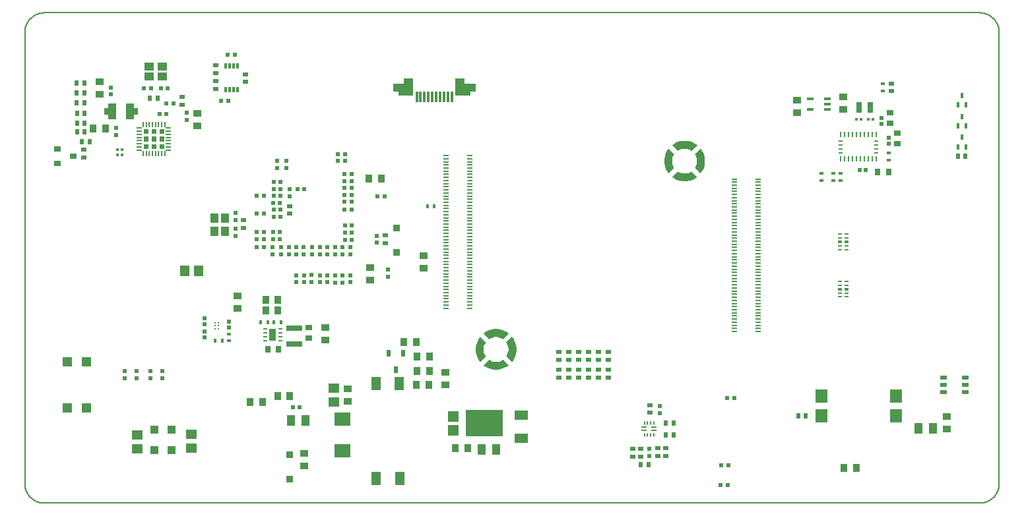
<source format=gbp>
G04*
G04 #@! TF.GenerationSoftware,Altium Limited,Altium Designer,23.6.0 (18)*
G04*
G04 Layer_Color=128*
%FSLAX44Y44*%
%MOMM*%
G71*
G04*
G04 #@! TF.SameCoordinates,C53CA9BA-8A6A-41CA-B2AF-7701FEAABFA0*
G04*
G04*
G04 #@! TF.FilePolarity,Positive*
G04*
G01*
G75*
%ADD19C,0.1500*%
%ADD22R,0.5500X0.6500*%
%ADD24R,1.0000X0.9000*%
%ADD25R,0.6200X0.6200*%
%ADD29R,0.6200X0.6200*%
%ADD30R,0.6500X0.5500*%
%ADD32R,0.5200X0.5200*%
%ADD35R,0.5500X0.4500*%
%ADD36R,0.7000X0.9000*%
%ADD37R,0.5200X0.5200*%
%ADD46R,0.4500X0.5500*%
G04:AMPARAMS|DCode=54|XSize=0.4mm|YSize=0.565mm|CornerRadius=0.05mm|HoleSize=0mm|Usage=FLASHONLY|Rotation=270.000|XOffset=0mm|YOffset=0mm|HoleType=Round|Shape=RoundedRectangle|*
%AMROUNDEDRECTD54*
21,1,0.4000,0.4650,0,0,270.0*
21,1,0.3000,0.5650,0,0,270.0*
1,1,0.1000,-0.2325,-0.1500*
1,1,0.1000,-0.2325,0.1500*
1,1,0.1000,0.2325,0.1500*
1,1,0.1000,0.2325,-0.1500*
%
%ADD54ROUNDEDRECTD54*%
%ADD55R,0.9000X1.0000*%
%ADD56R,1.4500X1.1500*%
%ADD64R,1.5200X1.7800*%
%ADD67R,1.2000X1.0000*%
G04:AMPARAMS|DCode=69|XSize=0.2mm|YSize=0.565mm|CornerRadius=0.05mm|HoleSize=0mm|Usage=FLASHONLY|Rotation=270.000|XOffset=0mm|YOffset=0mm|HoleType=Round|Shape=RoundedRectangle|*
%AMROUNDEDRECTD69*
21,1,0.2000,0.4650,0,0,270.0*
21,1,0.1000,0.5650,0,0,270.0*
1,1,0.1000,-0.2325,-0.0500*
1,1,0.1000,-0.2325,0.0500*
1,1,0.1000,0.2325,0.0500*
1,1,0.1000,0.2325,-0.0500*
%
%ADD69ROUNDEDRECTD69*%
%ADD70R,1.0500X1.4000*%
%ADD74R,1.2000X1.2000*%
%ADD197R,0.5600X0.5200*%
%ADD198R,0.6153X0.5725*%
%ADD199R,0.5725X0.6153*%
%ADD200R,0.5500X0.5500*%
%ADD201R,0.5500X0.5500*%
%ADD202R,0.9200X0.9800*%
%ADD203R,0.9500X0.6000*%
%ADD204R,1.0000X1.2000*%
%ADD205R,0.9000X0.7000*%
%ADD206R,0.5000X0.2800*%
%ADD207R,0.9000X1.6000*%
%ADD208R,2.0000X0.8000*%
%ADD209C,0.2000*%
%ADD210R,0.7000X0.1800*%
%ADD211R,1.1500X1.4500*%
%ADD212R,1.8000X1.1500*%
%ADD213R,0.3600X0.3200*%
%ADD214R,0.3000X0.7100*%
%ADD215R,0.5750X0.2500*%
%ADD216R,0.2500X0.6750*%
%ADD217R,0.3050X1.4050*%
G04:AMPARAMS|DCode=218|XSize=0.2mm|YSize=0.5mm|CornerRadius=0.05mm|HoleSize=0mm|Usage=FLASHONLY|Rotation=180.000|XOffset=0mm|YOffset=0mm|HoleType=Round|Shape=RoundedRectangle|*
%AMROUNDEDRECTD218*
21,1,0.2000,0.4000,0,0,180.0*
21,1,0.1000,0.5000,0,0,180.0*
1,1,0.1000,-0.0500,0.2000*
1,1,0.1000,0.0500,0.2000*
1,1,0.1000,0.0500,-0.2000*
1,1,0.1000,-0.0500,-0.2000*
%
%ADD218ROUNDEDRECTD218*%
%ADD219R,0.3000X0.8000*%
%ADD221R,0.9000X0.8000*%
G04:AMPARAMS|DCode=222|XSize=0.55mm|YSize=0.8mm|CornerRadius=0.0495mm|HoleSize=0mm|Usage=FLASHONLY|Rotation=180.000|XOffset=0mm|YOffset=0mm|HoleType=Round|Shape=RoundedRectangle|*
%AMROUNDEDRECTD222*
21,1,0.5500,0.7010,0,0,180.0*
21,1,0.4510,0.8000,0,0,180.0*
1,1,0.0990,-0.2255,0.3505*
1,1,0.0990,0.2255,0.3505*
1,1,0.0990,0.2255,-0.3505*
1,1,0.0990,-0.2255,-0.3505*
%
%ADD222ROUNDEDRECTD222*%
%ADD223R,1.1500X1.8000*%
%ADD225R,0.9500X0.9000*%
%ADD226R,1.4000X1.3900*%
%ADD227R,4.8600X3.3600*%
%ADD228O,0.7000X0.2000*%
%ADD229O,0.2000X0.7000*%
%ADD230R,1.0000X1.0000*%
%ADD231R,1.0000X2.0000*%
G04:AMPARAMS|DCode=232|XSize=0.2mm|YSize=0.7mm|CornerRadius=0.05mm|HoleSize=0mm|Usage=FLASHONLY|Rotation=270.000|XOffset=0mm|YOffset=0mm|HoleType=Round|Shape=RoundedRectangle|*
%AMROUNDEDRECTD232*
21,1,0.2000,0.6000,0,0,270.0*
21,1,0.1000,0.7000,0,0,270.0*
1,1,0.1000,-0.3000,-0.0500*
1,1,0.1000,-0.3000,0.0500*
1,1,0.1000,0.3000,0.0500*
1,1,0.1000,0.3000,-0.0500*
%
%ADD232ROUNDEDRECTD232*%
%ADD233R,1.0000X1.0000*%
%ADD234R,0.7500X1.4000*%
%ADD235R,2.1590X1.7780*%
%ADD237R,1.2500X2.3000*%
%ADD238R,2.6500X1.1000*%
%ADD239R,1.9500X1.6000*%
%ADD279R,0.8500X0.3500*%
G36*
X144705Y498907D02*
X134615D01*
Y507907D01*
X144705D01*
Y498907D01*
D02*
G37*
G36*
X111615D02*
X101525D01*
Y507907D01*
X111615D01*
Y498907D01*
D02*
G37*
G36*
X178500Y474750D02*
X172500D01*
Y480750D01*
X178500D01*
Y474750D01*
D02*
G37*
G36*
X168500D02*
X162500D01*
Y480750D01*
X168500D01*
Y474750D01*
D02*
G37*
G36*
X158500D02*
X152500D01*
Y480750D01*
X158500D01*
Y474750D01*
D02*
G37*
G36*
X178500Y464750D02*
X172500D01*
Y470750D01*
X178500D01*
Y464750D01*
D02*
G37*
G36*
X168500D02*
X162500D01*
Y470750D01*
X168500D01*
Y464750D01*
D02*
G37*
G36*
X158500D02*
X152500D01*
Y470750D01*
X158500D01*
Y464750D01*
D02*
G37*
G36*
X178500Y454750D02*
X172500D01*
Y460750D01*
X178500D01*
Y454750D01*
D02*
G37*
G36*
X168500D02*
X162500D01*
Y460750D01*
X168500D01*
Y454750D01*
D02*
G37*
G36*
X158500D02*
X152500D01*
Y460750D01*
X158500D01*
Y454750D01*
D02*
G37*
G36*
X852922Y464787D02*
X857008Y463380D01*
X860805Y461318D01*
X862507Y459988D01*
X862507D01*
X855677Y452607D01*
X854651Y453268D01*
X852461Y454348D01*
X850133Y455082D01*
X847720Y455453D01*
X845279D01*
X842867Y455082D01*
X840539Y454348D01*
X838349Y453268D01*
X837323Y452607D01*
X830493Y459988D01*
X832195Y461318D01*
X835993Y463380D01*
X840078Y464787D01*
X844340Y465500D01*
X848660D01*
X852922Y464787D01*
D02*
G37*
G36*
X862507Y419012D02*
X860805Y417682D01*
X857008Y415620D01*
X852922Y414213D01*
X848660Y413500D01*
X844340D01*
X840078Y414213D01*
X835993Y415620D01*
X832195Y417682D01*
X830493Y419012D01*
Y419012D01*
X837323Y426394D01*
X838349Y425732D01*
X840539Y424652D01*
X842867Y423918D01*
X845279Y423547D01*
X847720D01*
X850133Y423918D01*
X852461Y424652D01*
X854651Y425732D01*
X855677Y426394D01*
X855677Y426394D01*
X862507Y419012D01*
D02*
G37*
G36*
X868318Y453805D02*
X870380Y450008D01*
X871787Y445922D01*
X872500Y441660D01*
Y437340D01*
X871787Y433078D01*
X870380Y428993D01*
X868318Y425195D01*
X866988Y423493D01*
X859606Y430323D01*
X860268Y431349D01*
X861348Y433539D01*
X862082Y435867D01*
X862453Y438279D01*
Y440721D01*
X862082Y443133D01*
X861348Y445461D01*
X860268Y447651D01*
X859606Y448677D01*
Y448677D01*
X866988Y455507D01*
X868318Y453805D01*
D02*
G37*
G36*
X833394Y448677D02*
X832732Y447651D01*
X831652Y445461D01*
X830918Y443133D01*
X830547Y440721D01*
Y438279D01*
X830918Y435867D01*
X831652Y433539D01*
X832732Y431349D01*
X833394Y430323D01*
X833394D01*
X826012Y423493D01*
X824682Y425195D01*
X822620Y428993D01*
X821213Y433078D01*
X820500Y437340D01*
Y441660D01*
X821213Y445922D01*
X822620Y450008D01*
X824682Y453805D01*
X826012Y455507D01*
X826012Y455507D01*
X833394Y448677D01*
D02*
G37*
G36*
X610922Y222787D02*
X615008Y221380D01*
X618805Y219318D01*
X620507Y217988D01*
X620507D01*
X613677Y210606D01*
X612651Y211268D01*
X610461Y212348D01*
X608133Y213082D01*
X605720Y213453D01*
X603279D01*
X600867Y213082D01*
X598539Y212348D01*
X596349Y211268D01*
X595323Y210606D01*
X588493Y217988D01*
X590195Y219318D01*
X593993Y221380D01*
X598078Y222787D01*
X602340Y223500D01*
X606660D01*
X610922Y222787D01*
D02*
G37*
G36*
X620507Y177012D02*
X618805Y175682D01*
X615008Y173620D01*
X610922Y172213D01*
X606660Y171500D01*
X602340D01*
X598078Y172213D01*
X593993Y173620D01*
X590195Y175682D01*
X588493Y177012D01*
Y177012D01*
X595323Y184394D01*
X596349Y183732D01*
X598539Y182652D01*
X600867Y181918D01*
X603279Y181547D01*
X605720D01*
X608133Y181918D01*
X610461Y182652D01*
X612651Y183732D01*
X613677Y184394D01*
X613677Y184394D01*
X620507Y177012D01*
D02*
G37*
G36*
X626318Y211805D02*
X628380Y208008D01*
X629787Y203922D01*
X630500Y199660D01*
Y195340D01*
X629787Y191078D01*
X628380Y186992D01*
X626318Y183195D01*
X624988Y181493D01*
X617606Y188323D01*
X618268Y189349D01*
X619348Y191539D01*
X620082Y193867D01*
X620453Y196280D01*
Y198720D01*
X620082Y201133D01*
X619348Y203461D01*
X618268Y205651D01*
X617606Y206677D01*
Y206677D01*
X624988Y213507D01*
X626318Y211805D01*
D02*
G37*
G36*
X591394Y206677D02*
X590732Y205651D01*
X589652Y203461D01*
X588918Y201133D01*
X588547Y198720D01*
Y196280D01*
X588918Y193867D01*
X589652Y191539D01*
X590732Y189349D01*
X591394Y188323D01*
X591394D01*
X584012Y181493D01*
X582682Y183195D01*
X580620Y186992D01*
X579213Y191078D01*
X578500Y195340D01*
Y199660D01*
X579213Y203922D01*
X580620Y208008D01*
X582682Y211805D01*
X584012Y213507D01*
X584012Y213507D01*
X591394Y206677D01*
D02*
G37*
D19*
X1250000Y605000D02*
X1249863Y607613D01*
X1249454Y610198D01*
X1248776Y612725D01*
X1247839Y615168D01*
X1246651Y617500D01*
X1245225Y619695D01*
X1243579Y621728D01*
X1241728Y623578D01*
X1239695Y625225D01*
X1237500Y626651D01*
X1235168Y627839D01*
X1232725Y628776D01*
X1230198Y629454D01*
X1227613Y629863D01*
X1225000Y630000D01*
Y-0D02*
X1227613Y137D01*
X1230198Y546D01*
X1232725Y1223D01*
X1235168Y2161D01*
X1237500Y3349D01*
X1239695Y4775D01*
X1241728Y6421D01*
X1243579Y8272D01*
X1245225Y10305D01*
X1246651Y12500D01*
X1247839Y14832D01*
X1248776Y17275D01*
X1249454Y19802D01*
X1249863Y22387D01*
X1250000Y25000D01*
X25000Y629950D02*
X22387Y629813D01*
X19802Y629403D01*
X17275Y628726D01*
X14832Y627788D01*
X12500Y626600D01*
X10306Y625175D01*
X8272Y623528D01*
X6421Y621678D01*
X4775Y619644D01*
X3350Y617450D01*
X2162Y615118D01*
X1224Y612675D01*
X547Y610147D01*
X137Y607563D01*
X0Y604950D01*
X0Y25000D02*
X137Y22387D01*
X546Y19802D01*
X1224Y17275D01*
X2161Y14832D01*
X3349Y12500D01*
X4775Y10305D01*
X6421Y8272D01*
X8272Y6421D01*
X10305Y4775D01*
X12500Y3349D01*
X14832Y2161D01*
X17275Y1224D01*
X19802Y546D01*
X22387Y137D01*
X25000Y0D01*
X1250000Y605440D02*
X1250000Y25000D01*
X25000Y630000D02*
X1225000Y630000D01*
X25000Y-0D02*
X1225000Y-0D01*
X-0Y25000D02*
X0Y604950D01*
D22*
X66750Y476750D02*
D03*
X76750D02*
D03*
X800250Y49250D02*
D03*
X160500Y520500D02*
D03*
X170500D02*
D03*
X72884Y464212D02*
D03*
X82884D02*
D03*
X992000Y112000D02*
D03*
X1002000D02*
D03*
X1207000Y446000D02*
D03*
X1197000D02*
D03*
X66250Y514125D02*
D03*
X76250D02*
D03*
X66250Y527000D02*
D03*
X76250D02*
D03*
X66250Y539875D02*
D03*
X76250D02*
D03*
X66750Y488000D02*
D03*
X76750D02*
D03*
X66750Y501000D02*
D03*
X76750D02*
D03*
X832250Y103250D02*
D03*
X822250D02*
D03*
X832500Y87250D02*
D03*
X822500D02*
D03*
X790250Y49250D02*
D03*
D24*
X443000Y302750D02*
D03*
Y286750D02*
D03*
X272500Y266500D02*
D03*
Y250500D02*
D03*
X385500Y225750D02*
D03*
Y209750D02*
D03*
X96150Y541087D02*
D03*
X221000Y484750D02*
D03*
X1049750Y506001D02*
D03*
X991000Y501500D02*
D03*
X414000Y146750D02*
D03*
Y130750D02*
D03*
X991000Y517500D02*
D03*
X1049750Y522001D02*
D03*
X358000Y63750D02*
D03*
Y47750D02*
D03*
X221000Y500750D02*
D03*
X511750Y301500D02*
D03*
Y317500D02*
D03*
X96150Y525087D02*
D03*
X539480Y168000D02*
D03*
Y152000D02*
D03*
X1183000Y95000D02*
D03*
Y111000D02*
D03*
D25*
X297250Y394750D02*
D03*
X306250D02*
D03*
X327250Y339250D02*
D03*
X318250D02*
D03*
X306250Y371750D02*
D03*
X297250D02*
D03*
X319000Y412500D02*
D03*
X328000D02*
D03*
X419250Y405000D02*
D03*
X410250D02*
D03*
X452500Y394250D02*
D03*
X461500D02*
D03*
X327250Y348500D02*
D03*
X318250D02*
D03*
X328000Y394750D02*
D03*
X319000D02*
D03*
X410250Y423000D02*
D03*
X419250D02*
D03*
Y413750D02*
D03*
X410250D02*
D03*
X297250Y339250D02*
D03*
X306250D02*
D03*
X410250Y396000D02*
D03*
X410500Y338000D02*
D03*
Y347500D02*
D03*
X358500Y403250D02*
D03*
X410250Y377250D02*
D03*
Y387000D02*
D03*
X306250Y328750D02*
D03*
X410500Y357250D02*
D03*
X181500Y499750D02*
D03*
X190250Y513500D02*
D03*
X152666Y532848D02*
D03*
X251936Y517127D02*
D03*
X260000Y575750D02*
D03*
X892815Y23412D02*
D03*
X893289Y48250D02*
D03*
X909879Y134823D02*
D03*
X306250Y348500D02*
D03*
X319000Y403500D02*
D03*
X183166Y532848D02*
D03*
X174166D02*
D03*
X328000Y403500D02*
D03*
X297250Y348500D02*
D03*
X161666Y532848D02*
D03*
X902290Y48250D02*
D03*
X901815Y23412D02*
D03*
X269000Y575750D02*
D03*
X260935Y517127D02*
D03*
X172500Y499750D02*
D03*
X181250Y513500D02*
D03*
X419250Y387000D02*
D03*
X297250Y328750D02*
D03*
X352730Y123000D02*
D03*
X343730D02*
D03*
X900879Y134823D02*
D03*
X419500Y357250D02*
D03*
X419250Y396000D02*
D03*
X419500Y338000D02*
D03*
X349500Y403250D02*
D03*
X419500Y347500D02*
D03*
X419250Y377250D02*
D03*
D29*
X407750Y283500D02*
D03*
Y292500D02*
D03*
X270302Y343324D02*
D03*
Y352324D02*
D03*
X269802Y372824D02*
D03*
Y363824D02*
D03*
X340000Y403250D02*
D03*
Y394250D02*
D03*
X323750Y430500D02*
D03*
Y439500D02*
D03*
X335750D02*
D03*
Y430500D02*
D03*
X465750Y291000D02*
D03*
Y300000D02*
D03*
X317250Y319750D02*
D03*
Y328750D02*
D03*
X328750Y319750D02*
D03*
Y328750D02*
D03*
X358000Y292750D02*
D03*
Y283750D02*
D03*
X398250Y319750D02*
D03*
Y328750D02*
D03*
X410500Y439500D02*
D03*
Y448500D02*
D03*
X378500Y319750D02*
D03*
Y328750D02*
D03*
X348000Y328750D02*
D03*
Y319750D02*
D03*
X368000Y293000D02*
D03*
Y284000D02*
D03*
X398250Y292500D02*
D03*
Y283500D02*
D03*
X417750Y292750D02*
D03*
Y283750D02*
D03*
X347750Y292750D02*
D03*
Y283750D02*
D03*
X401750Y448500D02*
D03*
Y439500D02*
D03*
X378500Y283750D02*
D03*
Y292750D02*
D03*
X338500Y319750D02*
D03*
Y328750D02*
D03*
X357750Y328750D02*
D03*
X116574Y481857D02*
D03*
X109807Y534210D02*
D03*
X207500Y492500D02*
D03*
X815000Y124500D02*
D03*
X368250Y328750D02*
D03*
X417750D02*
D03*
X407750D02*
D03*
X451000Y343500D02*
D03*
X801250Y60750D02*
D03*
Y69750D02*
D03*
X176500Y169627D02*
D03*
Y160627D02*
D03*
X161100Y169627D02*
D03*
Y160627D02*
D03*
X143500Y169508D02*
D03*
Y160508D02*
D03*
X128100D02*
D03*
Y169508D02*
D03*
X451000Y334500D02*
D03*
X407750Y319750D02*
D03*
X417750D02*
D03*
X368250D02*
D03*
X207500Y501500D02*
D03*
X109807Y525210D02*
D03*
X116574Y472857D02*
D03*
X357750Y319750D02*
D03*
X815000Y115500D02*
D03*
D30*
X340000Y381750D02*
D03*
Y371750D02*
D03*
X462500Y334000D02*
D03*
Y344000D02*
D03*
X280702Y353324D02*
D03*
Y363324D02*
D03*
X201250Y522000D02*
D03*
X812250Y60250D02*
D03*
X822250D02*
D03*
X685250Y184000D02*
D03*
X698000D02*
D03*
X723500D02*
D03*
X710750D02*
D03*
X749000D02*
D03*
X736250D02*
D03*
X685350Y161500D02*
D03*
Y171500D02*
D03*
X723450Y161500D02*
D03*
Y171500D02*
D03*
X736150Y161500D02*
D03*
Y171500D02*
D03*
X748850Y161500D02*
D03*
Y171500D02*
D03*
X736250Y194000D02*
D03*
X749000D02*
D03*
X723500D02*
D03*
X710750D02*
D03*
X685250D02*
D03*
X698000D02*
D03*
X710750Y161500D02*
D03*
Y171500D02*
D03*
X698050Y161500D02*
D03*
Y171500D02*
D03*
X245097Y552422D02*
D03*
Y562422D02*
D03*
X245000Y542250D02*
D03*
Y532250D02*
D03*
X283250Y541000D02*
D03*
Y551000D02*
D03*
X75500Y454250D02*
D03*
Y444250D02*
D03*
X201250Y512000D02*
D03*
X1112000Y539250D02*
D03*
Y529250D02*
D03*
X780000Y70000D02*
D03*
Y60000D02*
D03*
X790000Y70000D02*
D03*
Y60000D02*
D03*
X812250Y70250D02*
D03*
X822250D02*
D03*
X802000Y116000D02*
D03*
Y126000D02*
D03*
D32*
X230750Y212750D02*
D03*
Y220750D02*
D03*
X261500Y225250D02*
D03*
Y233250D02*
D03*
X230750Y237500D02*
D03*
Y229500D02*
D03*
X1108528Y469750D02*
D03*
X1099385Y495250D02*
D03*
Y487250D02*
D03*
X1108528Y461750D02*
D03*
D35*
X1101000Y529750D02*
D03*
Y538750D02*
D03*
X1021750Y414500D02*
D03*
Y423500D02*
D03*
X261500Y217250D02*
D03*
Y208250D02*
D03*
X1108500Y449750D02*
D03*
Y440750D02*
D03*
X1037000Y423500D02*
D03*
Y414500D02*
D03*
X1046750Y423500D02*
D03*
Y414500D02*
D03*
D36*
X325500Y197250D02*
D03*
X311500D02*
D03*
X1094028Y425453D02*
D03*
X1108028D02*
D03*
D37*
X1070750Y427750D02*
D03*
X1078750D02*
D03*
D46*
X328250Y232000D02*
D03*
X319250D02*
D03*
X311750D02*
D03*
X302750D02*
D03*
X244000Y208750D02*
D03*
X253000D02*
D03*
X516250Y381500D02*
D03*
X525250D02*
D03*
D54*
X1054175Y275000D02*
D03*
X1045825D02*
D03*
Y335500D02*
D03*
X1054175D02*
D03*
D55*
X324750Y261500D02*
D03*
X308750D02*
D03*
X441500Y417250D02*
D03*
X457500D02*
D03*
X502730Y169750D02*
D03*
X87750Y481000D02*
D03*
X1050582Y45000D02*
D03*
X103750Y481000D02*
D03*
X1066582Y45000D02*
D03*
X486506Y207000D02*
D03*
X502506D02*
D03*
X339980Y137500D02*
D03*
X323980D02*
D03*
X305230Y129750D02*
D03*
X289230D02*
D03*
X518980Y188250D02*
D03*
X502980D02*
D03*
X518730Y169750D02*
D03*
X518480Y152250D02*
D03*
X502480D02*
D03*
X568549Y70241D02*
D03*
X552549D02*
D03*
D56*
X396500Y129750D02*
D03*
Y147750D02*
D03*
X144000Y88000D02*
D03*
Y70000D02*
D03*
X213500Y88750D02*
D03*
Y70750D02*
D03*
D64*
X1022400Y137700D02*
D03*
X1117600Y112300D02*
D03*
X1022400D02*
D03*
X1117600Y137700D02*
D03*
D67*
X176166Y560848D02*
D03*
X159166Y547848D02*
D03*
Y560848D02*
D03*
X176166Y547848D02*
D03*
D69*
X1045825Y325500D02*
D03*
Y330500D02*
D03*
Y340500D02*
D03*
Y345500D02*
D03*
X1054175D02*
D03*
Y340500D02*
D03*
Y330500D02*
D03*
Y325500D02*
D03*
Y265000D02*
D03*
Y270000D02*
D03*
Y280000D02*
D03*
Y285000D02*
D03*
X1045825D02*
D03*
Y280000D02*
D03*
Y270000D02*
D03*
Y265000D02*
D03*
D70*
X1165500Y96000D02*
D03*
X1146500D02*
D03*
X360134Y105904D02*
D03*
X341134D02*
D03*
X605000Y69250D02*
D03*
X586000D02*
D03*
D74*
X53995Y122165D02*
D03*
X78995D02*
D03*
Y181166D02*
D03*
X53995D02*
D03*
D197*
X327400Y367750D02*
D03*
X319600D02*
D03*
D198*
X318714Y386000D02*
D03*
X327286D02*
D03*
D199*
X388250Y283964D02*
D03*
Y292536D02*
D03*
D200*
X388250Y328750D02*
D03*
Y319750D02*
D03*
D201*
X319000Y376750D02*
D03*
X328000D02*
D03*
D202*
X324650Y247750D02*
D03*
X308850D02*
D03*
D203*
X1179000Y161500D02*
D03*
Y152000D02*
D03*
Y142500D02*
D03*
X1206500D02*
D03*
Y152000D02*
D03*
Y161500D02*
D03*
D204*
X243500Y366200D02*
D03*
X256500Y349201D02*
D03*
Y366200D02*
D03*
X243500Y349201D02*
D03*
D205*
X364500Y225750D02*
D03*
Y211750D02*
D03*
X1119500Y475750D02*
D03*
X1110000Y501750D02*
D03*
Y487750D02*
D03*
X1119500Y461750D02*
D03*
D206*
X327500Y223750D02*
D03*
Y218750D02*
D03*
Y213750D02*
D03*
Y208750D02*
D03*
X308500Y223750D02*
D03*
Y218750D02*
D03*
Y213750D02*
D03*
Y208750D02*
D03*
D207*
X318000Y216250D02*
D03*
D208*
X345500Y224750D02*
D03*
Y204750D02*
D03*
D209*
X243785Y223865D02*
D03*
X247785D02*
D03*
X243785Y227865D02*
D03*
X247785D02*
D03*
X243785Y231865D02*
D03*
X247785D02*
D03*
D210*
X570900Y250500D02*
D03*
X540100D02*
D03*
X570900Y254500D02*
D03*
X540100D02*
D03*
X570900Y258500D02*
D03*
X540100D02*
D03*
X570900Y262500D02*
D03*
X540100D02*
D03*
X570900Y266500D02*
D03*
X540100D02*
D03*
X570900Y270500D02*
D03*
X540100D02*
D03*
X570900Y274500D02*
D03*
X540100D02*
D03*
X570900Y278500D02*
D03*
X540100D02*
D03*
X570900Y282500D02*
D03*
X540100D02*
D03*
X570900Y286500D02*
D03*
X540100D02*
D03*
X570900Y290500D02*
D03*
X540100D02*
D03*
X570900Y294500D02*
D03*
X540100D02*
D03*
Y298500D02*
D03*
X570900D02*
D03*
Y302500D02*
D03*
X540100D02*
D03*
X570900Y306500D02*
D03*
X540100D02*
D03*
X570900Y310500D02*
D03*
X540100D02*
D03*
X570900Y314500D02*
D03*
X540100D02*
D03*
Y318500D02*
D03*
X570900D02*
D03*
Y322500D02*
D03*
X540100D02*
D03*
Y326500D02*
D03*
X570900D02*
D03*
X540100Y330500D02*
D03*
X570900D02*
D03*
X540100Y334500D02*
D03*
X570900D02*
D03*
X540100Y338500D02*
D03*
X570900D02*
D03*
X540100Y342500D02*
D03*
X570900D02*
D03*
Y346500D02*
D03*
X540100D02*
D03*
Y350500D02*
D03*
X570900D02*
D03*
X540100Y354500D02*
D03*
X570900D02*
D03*
X540100Y358500D02*
D03*
X570900D02*
D03*
X540100Y362500D02*
D03*
X570900D02*
D03*
Y366500D02*
D03*
X540100D02*
D03*
Y370500D02*
D03*
X570900D02*
D03*
Y374500D02*
D03*
X540100D02*
D03*
X570900Y378500D02*
D03*
X540100D02*
D03*
X570900Y382500D02*
D03*
X540100D02*
D03*
Y386500D02*
D03*
X570900D02*
D03*
Y390500D02*
D03*
X540100D02*
D03*
X570900Y394500D02*
D03*
X540100D02*
D03*
Y398500D02*
D03*
X570900D02*
D03*
Y402500D02*
D03*
X540100D02*
D03*
X570900Y406500D02*
D03*
X540100D02*
D03*
Y410500D02*
D03*
X570900D02*
D03*
Y414500D02*
D03*
X540100D02*
D03*
X570900Y418500D02*
D03*
X540100D02*
D03*
X570900Y422500D02*
D03*
X540100D02*
D03*
X570900Y426500D02*
D03*
X540100D02*
D03*
X570900Y430500D02*
D03*
X540100D02*
D03*
X570900Y434500D02*
D03*
X540100D02*
D03*
Y438500D02*
D03*
X570900D02*
D03*
Y442500D02*
D03*
X540100D02*
D03*
X570900Y446500D02*
D03*
X540100D02*
D03*
X940900Y220500D02*
D03*
X910100D02*
D03*
X940900Y224500D02*
D03*
X910100D02*
D03*
X940900Y228500D02*
D03*
X910100D02*
D03*
X940900Y232500D02*
D03*
X910100D02*
D03*
X940900Y236500D02*
D03*
X910100D02*
D03*
X940900Y240500D02*
D03*
X910100D02*
D03*
X940900Y244500D02*
D03*
X910100D02*
D03*
X940900Y248500D02*
D03*
X910100D02*
D03*
X940900Y252500D02*
D03*
X910100D02*
D03*
X940900Y256500D02*
D03*
X910100D02*
D03*
X940900Y260500D02*
D03*
X910100D02*
D03*
X940900Y264500D02*
D03*
X910100D02*
D03*
Y268500D02*
D03*
X940900D02*
D03*
Y272500D02*
D03*
X910100D02*
D03*
X940900Y276500D02*
D03*
X910100D02*
D03*
X940900Y280500D02*
D03*
X910100D02*
D03*
X940900Y284500D02*
D03*
X910100D02*
D03*
Y288500D02*
D03*
X940900D02*
D03*
Y292500D02*
D03*
X910100D02*
D03*
Y296500D02*
D03*
X940900D02*
D03*
X910100Y300500D02*
D03*
X940900D02*
D03*
X910100Y304500D02*
D03*
X940900D02*
D03*
X910100Y308500D02*
D03*
X940900D02*
D03*
X910100Y312500D02*
D03*
X940900D02*
D03*
Y316500D02*
D03*
X910100D02*
D03*
Y320500D02*
D03*
X940900D02*
D03*
X910100Y324500D02*
D03*
X940900D02*
D03*
X910100Y328500D02*
D03*
X940900D02*
D03*
X910100Y332500D02*
D03*
X940900D02*
D03*
Y336500D02*
D03*
X910100D02*
D03*
Y340500D02*
D03*
X940900D02*
D03*
Y344500D02*
D03*
X910100D02*
D03*
X940900Y348500D02*
D03*
X910100D02*
D03*
X940900Y352500D02*
D03*
X910100D02*
D03*
Y356500D02*
D03*
X940900D02*
D03*
Y360500D02*
D03*
X910100D02*
D03*
X940900Y364500D02*
D03*
X910100D02*
D03*
Y368500D02*
D03*
X940900D02*
D03*
Y372500D02*
D03*
X910100D02*
D03*
X940900Y376500D02*
D03*
X910100D02*
D03*
Y380500D02*
D03*
X940900D02*
D03*
Y384500D02*
D03*
X910100D02*
D03*
X940900Y388500D02*
D03*
X910100D02*
D03*
X940900Y392500D02*
D03*
X910100D02*
D03*
X940900Y396500D02*
D03*
X910100D02*
D03*
X940900Y400500D02*
D03*
X910100D02*
D03*
X940900Y404500D02*
D03*
X910100D02*
D03*
Y408500D02*
D03*
X940900D02*
D03*
Y412500D02*
D03*
X910100D02*
D03*
X940900Y416500D02*
D03*
X910100D02*
D03*
D211*
X222750Y298489D02*
D03*
X204750D02*
D03*
D212*
X637000Y113250D02*
D03*
Y83250D02*
D03*
D213*
X1067312Y493568D02*
D03*
X1087912D02*
D03*
X118758Y454348D02*
D03*
X124358D02*
D03*
X118739Y447771D02*
D03*
X124339D02*
D03*
X1072912Y493568D02*
D03*
X1082312D02*
D03*
D214*
X1197450Y457710D02*
D03*
X1197250Y484585D02*
D03*
Y511460D02*
D03*
X1202250Y523660D02*
D03*
X1207250Y511460D02*
D03*
X1202250Y496785D02*
D03*
X1207250Y484585D02*
D03*
X1202450Y469910D02*
D03*
X1207450Y457710D02*
D03*
D215*
X1092625Y465250D02*
D03*
X1046375Y450250D02*
D03*
Y455250D02*
D03*
Y460250D02*
D03*
Y465250D02*
D03*
X1092625Y460250D02*
D03*
Y455250D02*
D03*
Y450250D02*
D03*
D216*
X1072000Y442125D02*
D03*
Y473375D02*
D03*
X1092000D02*
D03*
X1047000D02*
D03*
X1052000D02*
D03*
X1057000D02*
D03*
X1062000D02*
D03*
X1067000D02*
D03*
X1077000D02*
D03*
X1082000D02*
D03*
X1087000D02*
D03*
X1092000Y442125D02*
D03*
X1087000D02*
D03*
X1082000D02*
D03*
X1077000D02*
D03*
X1067000D02*
D03*
X1062000D02*
D03*
X1057000D02*
D03*
X1052000D02*
D03*
X1047000D02*
D03*
D217*
X547665Y522305D02*
D03*
X537665D02*
D03*
X502665D02*
D03*
D03*
X507665D02*
D03*
X512665D02*
D03*
X517665D02*
D03*
X522665D02*
D03*
X527665D02*
D03*
X532665D02*
D03*
X542665D02*
D03*
D218*
X798745Y103002D02*
D03*
X806745D02*
D03*
X802745D02*
D03*
X794745D02*
D03*
Y88002D02*
D03*
X798745D02*
D03*
X802745D02*
D03*
X806745D02*
D03*
D219*
X262500Y562000D02*
D03*
X272500Y531000D02*
D03*
X267500D02*
D03*
X262500D02*
D03*
X257500D02*
D03*
X272500Y562000D02*
D03*
X267500D02*
D03*
X257500D02*
D03*
D221*
X42000Y455000D02*
D03*
Y436000D02*
D03*
X62000Y445500D02*
D03*
D222*
X475980Y171000D02*
D03*
X485480Y193000D02*
D03*
X466480D02*
D03*
D223*
X480750Y32000D02*
D03*
X450750D02*
D03*
X480480Y153250D02*
D03*
X450480D02*
D03*
D225*
X339750Y31000D02*
D03*
X339750Y62500D02*
D03*
X476750Y353500D02*
D03*
X476750Y322000D02*
D03*
D226*
X549910Y111700D02*
D03*
Y93300D02*
D03*
D227*
X589730Y102500D02*
D03*
D228*
X184250Y481750D02*
D03*
Y477750D02*
D03*
Y473750D02*
D03*
Y469750D02*
D03*
Y465750D02*
D03*
Y461750D02*
D03*
Y457750D02*
D03*
Y453750D02*
D03*
X146750D02*
D03*
Y457750D02*
D03*
Y461750D02*
D03*
Y465750D02*
D03*
Y469750D02*
D03*
Y473750D02*
D03*
Y477750D02*
D03*
Y481750D02*
D03*
D229*
X179500Y449000D02*
D03*
X175500D02*
D03*
X171500D02*
D03*
X167500D02*
D03*
X163500D02*
D03*
X159500D02*
D03*
X155500D02*
D03*
X151500D02*
D03*
Y486500D02*
D03*
X155500D02*
D03*
X159500D02*
D03*
X163500D02*
D03*
X167500D02*
D03*
X171500D02*
D03*
X175500D02*
D03*
X179500D02*
D03*
D230*
X187962Y94750D02*
D03*
X165962D02*
D03*
X188000Y68000D02*
D03*
X166000D02*
D03*
D231*
X134615Y503407D02*
D03*
X111615D02*
D03*
D232*
X794245Y97501D02*
D03*
Y93501D02*
D03*
X807245D02*
D03*
Y97501D02*
D03*
D233*
X488175Y532115D02*
D03*
X562325Y532195D02*
D03*
D234*
X1084912Y508568D02*
D03*
X1070312D02*
D03*
D235*
X407500Y67680D02*
D03*
Y108320D02*
D03*
D237*
X491919Y534806D02*
D03*
X558416Y534808D02*
D03*
D238*
X484915Y533805D02*
D03*
X565415Y533805D02*
D03*
D239*
X488415Y531305D02*
D03*
X561915Y531305D02*
D03*
D279*
X1029750Y512501D02*
D03*
Y519001D02*
D03*
X1007750D02*
D03*
X1029750Y506001D02*
D03*
X1007750D02*
D03*
M02*

</source>
